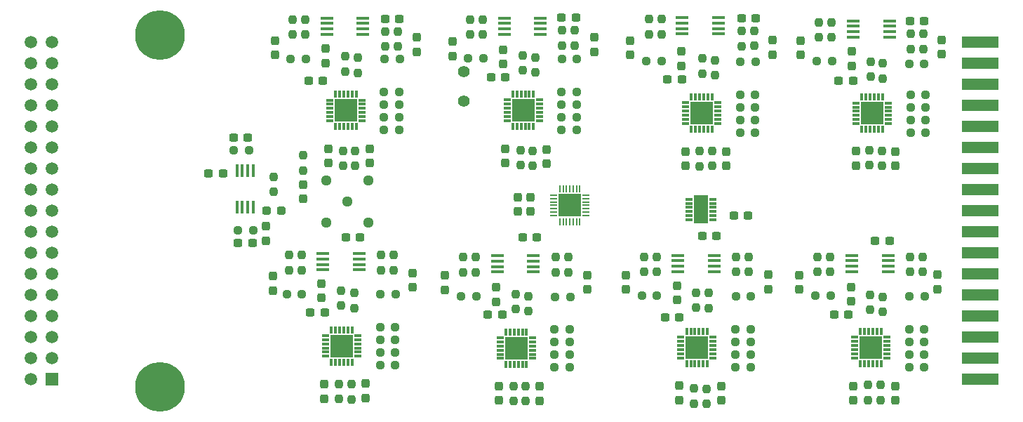
<source format=gbr>
%TF.GenerationSoftware,KiCad,Pcbnew,8.0.7*%
%TF.CreationDate,2025-01-03T10:46:17+01:00*%
%TF.ProjectId,A5256,41353235-362e-46b6-9963-61645f706362,rev?*%
%TF.SameCoordinates,Original*%
%TF.FileFunction,Soldermask,Top*%
%TF.FilePolarity,Negative*%
%FSLAX46Y46*%
G04 Gerber Fmt 4.6, Leading zero omitted, Abs format (unit mm)*
G04 Created by KiCad (PCBNEW 8.0.7) date 2025-01-03 10:46:17*
%MOMM*%
%LPD*%
G01*
G04 APERTURE LIST*
G04 Aperture macros list*
%AMRoundRect*
0 Rectangle with rounded corners*
0 $1 Rounding radius*
0 $2 $3 $4 $5 $6 $7 $8 $9 X,Y pos of 4 corners*
0 Add a 4 corners polygon primitive as box body*
4,1,4,$2,$3,$4,$5,$6,$7,$8,$9,$2,$3,0*
0 Add four circle primitives for the rounded corners*
1,1,$1+$1,$2,$3*
1,1,$1+$1,$4,$5*
1,1,$1+$1,$6,$7*
1,1,$1+$1,$8,$9*
0 Add four rect primitives between the rounded corners*
20,1,$1+$1,$2,$3,$4,$5,0*
20,1,$1+$1,$4,$5,$6,$7,0*
20,1,$1+$1,$6,$7,$8,$9,0*
20,1,$1+$1,$8,$9,$2,$3,0*%
G04 Aperture macros list end*
%ADD10C,1.400000*%
%ADD11RoundRect,0.237500X-0.250000X-0.237500X0.250000X-0.237500X0.250000X0.237500X-0.250000X0.237500X0*%
%ADD12RoundRect,0.237500X-0.237500X0.300000X-0.237500X-0.300000X0.237500X-0.300000X0.237500X0.300000X0*%
%ADD13RoundRect,0.237500X0.300000X0.237500X-0.300000X0.237500X-0.300000X-0.237500X0.300000X-0.237500X0*%
%ADD14RoundRect,0.237500X-0.237500X0.250000X-0.237500X-0.250000X0.237500X-0.250000X0.237500X0.250000X0*%
%ADD15RoundRect,0.237500X0.237500X-0.250000X0.237500X0.250000X-0.237500X0.250000X-0.237500X-0.250000X0*%
%ADD16RoundRect,0.237500X-0.300000X-0.237500X0.300000X-0.237500X0.300000X0.237500X-0.300000X0.237500X0*%
%ADD17RoundRect,0.237500X-0.287500X-0.237500X0.287500X-0.237500X0.287500X0.237500X-0.287500X0.237500X0*%
%ADD18R,0.431800X1.498600*%
%ADD19R,0.300000X0.850000*%
%ADD20R,0.850000X0.300000*%
%ADD21R,2.700000X2.700000*%
%ADD22R,1.498600X0.431800*%
%ADD23R,0.850000X0.200000*%
%ADD24R,0.200000X0.850000*%
%ADD25RoundRect,0.237500X0.250000X0.237500X-0.250000X0.237500X-0.250000X-0.237500X0.250000X-0.237500X0*%
%ADD26R,0.812800X0.304800*%
%ADD27R,1.803400X3.403600*%
%ADD28C,3.400000*%
%ADD29C,6.000000*%
%ADD30R,1.500000X1.500000*%
%ADD31C,1.500000*%
%ADD32R,4.500000X1.400000*%
%ADD33C,1.297940*%
G04 APERTURE END LIST*
D10*
%TO.C,J5*%
X150820000Y-83540000D03*
X150820000Y-80040000D03*
%TD*%
D11*
%TO.C,R92*%
X140735000Y-115432500D03*
X142560000Y-115432500D03*
%TD*%
D12*
%TO.C,C23*%
X131443850Y-93622500D03*
X131443850Y-95347500D03*
%TD*%
D13*
%TO.C,C60*%
X159637500Y-99975000D03*
X157912500Y-99975000D03*
%TD*%
D14*
%TO.C,R17*%
X131468850Y-90097500D03*
X131468850Y-91922500D03*
%TD*%
D13*
%TO.C,C48*%
X133837500Y-81115500D03*
X132112500Y-81115500D03*
%TD*%
D12*
%TO.C,C29*%
X191478000Y-76301400D03*
X191478000Y-78026400D03*
%TD*%
D11*
%TO.C,R108*%
X161773700Y-115697100D03*
X163598700Y-115697100D03*
%TD*%
D14*
%TO.C,R144*%
X193528200Y-102338800D03*
X193528200Y-104163800D03*
%TD*%
D11*
%TO.C,R129*%
X172320500Y-107059400D03*
X174145500Y-107059400D03*
%TD*%
D15*
%TO.C,R133*%
X201361200Y-109007100D03*
X201361200Y-107182100D03*
%TD*%
D13*
%TO.C,C17*%
X125306350Y-100685000D03*
X123581350Y-100685000D03*
%TD*%
D16*
%TO.C,C28*%
X204637500Y-73950000D03*
X206362500Y-73950000D03*
%TD*%
D17*
%TO.C,L2*%
X127050000Y-96825000D03*
X128800000Y-96825000D03*
%TD*%
D14*
%TO.C,R77*%
X131711000Y-73742200D03*
X131711000Y-75567200D03*
%TD*%
D11*
%TO.C,R114*%
X183648900Y-107110200D03*
X185473900Y-107110200D03*
%TD*%
D15*
%TO.C,R48*%
X173160000Y-75515000D03*
X173160000Y-73690000D03*
%TD*%
D11*
%TO.C,R30*%
X204557500Y-79130000D03*
X206382500Y-79130000D03*
%TD*%
D12*
%TO.C,C52*%
X144680000Y-104297500D03*
X144680000Y-106022500D03*
%TD*%
D18*
%TO.C,U2*%
X125403850Y-91997300D03*
X124768850Y-91997300D03*
X124108450Y-91997300D03*
X123473450Y-91997300D03*
X123473450Y-96366100D03*
X124108450Y-96366100D03*
X124768850Y-96366100D03*
X125403850Y-96366100D03*
%TD*%
D11*
%TO.C,R65*%
X151339300Y-78450300D03*
X153164300Y-78450300D03*
%TD*%
D16*
%TO.C,C32*%
X184347500Y-73630000D03*
X186072500Y-73630000D03*
%TD*%
D12*
%TO.C,C70*%
X170347900Y-104558100D03*
X170347900Y-106283100D03*
%TD*%
%TO.C,C54*%
X133670000Y-105557500D03*
X133670000Y-107282500D03*
%TD*%
D11*
%TO.C,R59*%
X162615000Y-85511500D03*
X164440000Y-85511500D03*
%TD*%
%TO.C,R34*%
X184207700Y-78841100D03*
X186032700Y-78841100D03*
%TD*%
D12*
%TO.C,C18*%
X126967050Y-98681900D03*
X126967050Y-100406900D03*
%TD*%
D19*
%TO.C,U11*%
X137358700Y-111144600D03*
X136858700Y-111144600D03*
X136358700Y-111144600D03*
X135858700Y-111144600D03*
X135358700Y-111144600D03*
X134858700Y-111144600D03*
D20*
X134158700Y-111844600D03*
X134158700Y-112344600D03*
X134158700Y-112844600D03*
X134158700Y-113344600D03*
X134158700Y-113844600D03*
X134158700Y-114344600D03*
D19*
X134858700Y-115044600D03*
X135358700Y-115044600D03*
X135858700Y-115044600D03*
X136358700Y-115044600D03*
X136858700Y-115044600D03*
X137358700Y-115044600D03*
D20*
X138058700Y-114344600D03*
X138058700Y-113844600D03*
X138058700Y-113344600D03*
X138058700Y-112844600D03*
X138058700Y-112344600D03*
X138058700Y-111844600D03*
D21*
X136108700Y-113094600D03*
%TD*%
D15*
%TO.C,R117*%
X180390000Y-108532500D03*
X180390000Y-106707500D03*
%TD*%
D11*
%TO.C,R122*%
X183596200Y-112596600D03*
X185421200Y-112596600D03*
%TD*%
D15*
%TO.C,R131*%
X206177400Y-104160000D03*
X206177400Y-102335000D03*
%TD*%
%TO.C,R18*%
X127908650Y-94525000D03*
X127908650Y-92700000D03*
%TD*%
D19*
%TO.C,U5*%
X180778700Y-83087600D03*
X180278700Y-83087600D03*
X179778700Y-83087600D03*
X179278700Y-83087600D03*
X178778700Y-83087600D03*
X178278700Y-83087600D03*
D20*
X177578700Y-83787600D03*
X177578700Y-84287600D03*
X177578700Y-84787600D03*
X177578700Y-85287600D03*
X177578700Y-85787600D03*
X177578700Y-86287600D03*
D19*
X178278700Y-86987600D03*
X178778700Y-86987600D03*
X179278700Y-86987600D03*
X179778700Y-86987600D03*
X180278700Y-86987600D03*
X180778700Y-86987600D03*
D20*
X181478700Y-86287600D03*
X181478700Y-85787600D03*
X181478700Y-85287600D03*
X181478700Y-84787600D03*
X181478700Y-84287600D03*
X181478700Y-83787600D03*
D21*
X179528700Y-85037600D03*
%TD*%
D11*
%TO.C,R22*%
X204715000Y-84330000D03*
X206540000Y-84330000D03*
%TD*%
D13*
%TO.C,C74*%
X202182500Y-100430000D03*
X200457500Y-100430000D03*
%TD*%
D19*
%TO.C,U7*%
X159238700Y-82747600D03*
X158738700Y-82747600D03*
X158238700Y-82747600D03*
X157738700Y-82747600D03*
X157238700Y-82747600D03*
X156738700Y-82747600D03*
D20*
X156038700Y-83447600D03*
X156038700Y-83947600D03*
X156038700Y-84447600D03*
X156038700Y-84947600D03*
X156038700Y-85447600D03*
X156038700Y-85947600D03*
D19*
X156738700Y-86647600D03*
X157238700Y-86647600D03*
X157738700Y-86647600D03*
X158238700Y-86647600D03*
X158738700Y-86647600D03*
X159238700Y-86647600D03*
D20*
X159938700Y-85947600D03*
X159938700Y-85447600D03*
X159938700Y-84947600D03*
X159938700Y-84447600D03*
X159938700Y-83947600D03*
X159938700Y-83447600D03*
D21*
X157988700Y-84697600D03*
%TD*%
D11*
%TO.C,R75*%
X141212500Y-85524000D03*
X143037500Y-85524000D03*
%TD*%
D14*
%TO.C,R29*%
X204770000Y-75465000D03*
X204770000Y-77290000D03*
%TD*%
D12*
%TO.C,C45*%
X145157500Y-75913000D03*
X145157500Y-77638000D03*
%TD*%
D19*
%TO.C,U17*%
X201177400Y-111356700D03*
X200677400Y-111356700D03*
X200177400Y-111356700D03*
X199677400Y-111356700D03*
X199177400Y-111356700D03*
X198677400Y-111356700D03*
D20*
X197977400Y-112056700D03*
X197977400Y-112556700D03*
X197977400Y-113056700D03*
X197977400Y-113556700D03*
X197977400Y-114056700D03*
X197977400Y-114556700D03*
D19*
X198677400Y-115256700D03*
X199177400Y-115256700D03*
X199677400Y-115256700D03*
X200177400Y-115256700D03*
X200677400Y-115256700D03*
X201177400Y-115256700D03*
D20*
X201877400Y-114556700D03*
X201877400Y-114056700D03*
X201877400Y-113556700D03*
X201877400Y-113056700D03*
X201877400Y-112556700D03*
X201877400Y-112056700D03*
D21*
X199927400Y-113306700D03*
%TD*%
D14*
%TO.C,R96*%
X129709500Y-102126700D03*
X129709500Y-103951700D03*
%TD*%
D22*
%TO.C,U6*%
X177155600Y-73534800D03*
X177155600Y-74169800D03*
X177155600Y-74830200D03*
X177155600Y-75465200D03*
X181524400Y-75465200D03*
X181524400Y-74830200D03*
X181524400Y-74169800D03*
X181524400Y-73534800D03*
%TD*%
D12*
%TO.C,C51*%
X134500000Y-89317500D03*
X134500000Y-91042500D03*
%TD*%
D11*
%TO.C,R58*%
X162615000Y-83987500D03*
X164440000Y-83987500D03*
%TD*%
%TO.C,R66*%
X141265200Y-78513600D03*
X143090200Y-78513600D03*
%TD*%
D12*
%TO.C,C38*%
X166560000Y-75900500D03*
X166560000Y-77625500D03*
%TD*%
D15*
%TO.C,R47*%
X180775000Y-91387500D03*
X180775000Y-89562500D03*
%TD*%
%TO.C,R84*%
X136010000Y-108242500D03*
X136010000Y-106417500D03*
%TD*%
%TO.C,R99*%
X163397400Y-104212500D03*
X163397400Y-102387500D03*
%TD*%
D23*
%TO.C,IC6*%
X161670000Y-94950000D03*
X161670000Y-95350000D03*
X161670000Y-95750000D03*
X161670000Y-96150000D03*
X161670000Y-96550000D03*
X161670000Y-96950000D03*
X161670000Y-97350000D03*
D24*
X162420000Y-98100000D03*
X162820000Y-98100000D03*
X163220000Y-98100000D03*
X163620000Y-98100000D03*
X164020000Y-98100000D03*
X164420000Y-98100000D03*
X164820000Y-98100000D03*
D23*
X165570000Y-97350000D03*
X165570000Y-96950000D03*
X165570000Y-96550000D03*
X165570000Y-96150000D03*
X165570000Y-95750000D03*
X165570000Y-95350000D03*
X165570000Y-94950000D03*
D24*
X164820000Y-94200000D03*
X164420000Y-94200000D03*
X164020000Y-94200000D03*
X163620000Y-94200000D03*
X163220000Y-94200000D03*
X162820000Y-94200000D03*
X162420000Y-94200000D03*
D21*
X163620000Y-96150000D03*
%TD*%
D15*
%TO.C,R83*%
X142358700Y-103947900D03*
X142358700Y-102122900D03*
%TD*%
D11*
%TO.C,R135*%
X204553700Y-111072600D03*
X206378700Y-111072600D03*
%TD*%
%TO.C,R21*%
X193440600Y-78792700D03*
X195265600Y-78792700D03*
%TD*%
D15*
%TO.C,R67*%
X142875000Y-77000000D03*
X142875000Y-75175000D03*
%TD*%
D11*
%TO.C,R76*%
X141212500Y-87048000D03*
X143037500Y-87048000D03*
%TD*%
D12*
%TO.C,C42*%
X160850000Y-89387500D03*
X160850000Y-91112500D03*
%TD*%
D14*
%TO.C,R32*%
X206300000Y-75475000D03*
X206300000Y-77300000D03*
%TD*%
D12*
%TO.C,C59*%
X165718700Y-104562100D03*
X165718700Y-106287100D03*
%TD*%
D19*
%TO.C,U9*%
X137836200Y-82760100D03*
X137336200Y-82760100D03*
X136836200Y-82760100D03*
X136336200Y-82760100D03*
X135836200Y-82760100D03*
X135336200Y-82760100D03*
D20*
X134636200Y-83460100D03*
X134636200Y-83960100D03*
X134636200Y-84460100D03*
X134636200Y-84960100D03*
X134636200Y-85460100D03*
X134636200Y-85960100D03*
D19*
X135336200Y-86660100D03*
X135836200Y-86660100D03*
X136336200Y-86660100D03*
X136836200Y-86660100D03*
X137336200Y-86660100D03*
X137836200Y-86660100D03*
D20*
X138536200Y-85960100D03*
X138536200Y-85460100D03*
X138536200Y-84960100D03*
X138536200Y-84460100D03*
X138536200Y-83960100D03*
X138536200Y-83460100D03*
D21*
X136586200Y-84710100D03*
%TD*%
D16*
%TO.C,C46*%
X141337500Y-73675000D03*
X143062500Y-73675000D03*
%TD*%
D12*
%TO.C,C58*%
X133951200Y-117720000D03*
X133951200Y-119445000D03*
%TD*%
D14*
%TO.C,R93*%
X131233500Y-102126700D03*
X131233500Y-103951700D03*
%TD*%
D15*
%TO.C,R62*%
X157640000Y-91302500D03*
X157640000Y-89477500D03*
%TD*%
D11*
%TO.C,R55*%
X162615000Y-82463500D03*
X164440000Y-82463500D03*
%TD*%
%TO.C,R139*%
X204553700Y-114120600D03*
X206378700Y-114120600D03*
%TD*%
D15*
%TO.C,R70*%
X141351000Y-77001900D03*
X141351000Y-75176900D03*
%TD*%
%TO.C,R52*%
X157910000Y-79872500D03*
X157910000Y-78047500D03*
%TD*%
D11*
%TO.C,R87*%
X140735000Y-110860500D03*
X142560000Y-110860500D03*
%TD*%
D22*
%TO.C,U14*%
X154863000Y-102235100D03*
X154863000Y-102870100D03*
X154863000Y-103530500D03*
X154863000Y-104165500D03*
X159231800Y-104165500D03*
X159231800Y-103530500D03*
X159231800Y-102870100D03*
X159231800Y-102235100D03*
%TD*%
D12*
%TO.C,C77*%
X191305400Y-104558100D03*
X191305400Y-106283100D03*
%TD*%
D11*
%TO.C,R103*%
X161773700Y-111125100D03*
X163598700Y-111125100D03*
%TD*%
%TO.C,R49*%
X172879300Y-78790300D03*
X174704300Y-78790300D03*
%TD*%
%TO.C,R39*%
X184155000Y-82803500D03*
X185980000Y-82803500D03*
%TD*%
D13*
%TO.C,C62*%
X155448700Y-109334600D03*
X153723700Y-109334600D03*
%TD*%
D14*
%TO.C,R27*%
X199775000Y-89487500D03*
X199775000Y-91312500D03*
%TD*%
D25*
%TO.C,R15*%
X125383650Y-99182500D03*
X123558650Y-99182500D03*
%TD*%
D11*
%TO.C,R119*%
X183596200Y-111072600D03*
X185421200Y-111072600D03*
%TD*%
D15*
%TO.C,R132*%
X199840000Y-108752500D03*
X199840000Y-106927500D03*
%TD*%
D22*
%TO.C,U16*%
X176685500Y-102182600D03*
X176685500Y-102817600D03*
X176685500Y-103478000D03*
X176685500Y-104113000D03*
X181054300Y-104113000D03*
X181054300Y-103478000D03*
X181054300Y-102817600D03*
X181054300Y-102182600D03*
%TD*%
%TO.C,U8*%
X155704300Y-73573500D03*
X155704300Y-74208500D03*
X155704300Y-74868900D03*
X155704300Y-75503900D03*
X160073100Y-75503900D03*
X160073100Y-74868900D03*
X160073100Y-74208500D03*
X160073100Y-73573500D03*
%TD*%
D11*
%TO.C,R98*%
X161826400Y-107162700D03*
X163651400Y-107162700D03*
%TD*%
D14*
%TO.C,R141*%
X195052200Y-102338800D03*
X195052200Y-104163800D03*
%TD*%
D11*
%TO.C,R82*%
X140787700Y-106898100D03*
X142612700Y-106898100D03*
%TD*%
%TO.C,R19*%
X204715000Y-87380000D03*
X206540000Y-87380000D03*
%TD*%
%TO.C,R71*%
X141212500Y-82476000D03*
X143037500Y-82476000D03*
%TD*%
D15*
%TO.C,R37*%
X181100000Y-80452500D03*
X181100000Y-78627500D03*
%TD*%
D11*
%TO.C,R130*%
X204606400Y-107110200D03*
X206431400Y-107110200D03*
%TD*%
D15*
%TO.C,R23*%
X195214800Y-75897100D03*
X195214800Y-74072100D03*
%TD*%
%TO.C,R51*%
X164200000Y-76887500D03*
X164200000Y-75062500D03*
%TD*%
D13*
%TO.C,C76*%
X197248700Y-109284600D03*
X195523700Y-109284600D03*
%TD*%
D12*
%TO.C,C79*%
X197831200Y-117922100D03*
X197831200Y-119647100D03*
%TD*%
D15*
%TO.C,R46*%
X179300000Y-91412500D03*
X179300000Y-89587500D03*
%TD*%
%TO.C,R35*%
X185854000Y-76933100D03*
X185854000Y-75108100D03*
%TD*%
D14*
%TO.C,R128*%
X172570700Y-102338800D03*
X172570700Y-104163800D03*
%TD*%
D15*
%TO.C,R36*%
X179590000Y-80252500D03*
X179590000Y-78427500D03*
%TD*%
%TO.C,R95*%
X137261200Y-119537100D03*
X137261200Y-117712100D03*
%TD*%
D11*
%TO.C,R107*%
X161773700Y-114173100D03*
X163598700Y-114173100D03*
%TD*%
%TO.C,R106*%
X161773700Y-112649100D03*
X163598700Y-112649100D03*
%TD*%
D13*
%TO.C,C69*%
X176842500Y-109630000D03*
X175117500Y-109630000D03*
%TD*%
D12*
%TO.C,C75*%
X197591200Y-106022100D03*
X197591200Y-107747100D03*
%TD*%
D16*
%TO.C,C39*%
X162612500Y-73525000D03*
X164337500Y-73525000D03*
%TD*%
D11*
%TO.C,R81*%
X129936800Y-78462800D03*
X131761800Y-78462800D03*
%TD*%
D15*
%TO.C,R101*%
X158588700Y-108909600D03*
X158588700Y-107084600D03*
%TD*%
D11*
%TO.C,R113*%
X150498000Y-107111900D03*
X152323000Y-107111900D03*
%TD*%
D14*
%TO.C,R64*%
X151589500Y-73729700D03*
X151589500Y-75554700D03*
%TD*%
D12*
%TO.C,C47*%
X134137500Y-77251500D03*
X134137500Y-78976500D03*
%TD*%
D15*
%TO.C,R69*%
X138060000Y-80182500D03*
X138060000Y-78357500D03*
%TD*%
D11*
%TO.C,R138*%
X204553700Y-112596600D03*
X206378700Y-112596600D03*
%TD*%
D12*
%TO.C,C80*%
X157346030Y-95177500D03*
X157346030Y-96902500D03*
%TD*%
D15*
%TO.C,R54*%
X162676000Y-76889400D03*
X162676000Y-75064400D03*
%TD*%
D26*
%TO.C,U1*%
X178005870Y-95400000D03*
X178005870Y-95900000D03*
X178005870Y-96400000D03*
X178005870Y-96900000D03*
X178005870Y-97400000D03*
X178005870Y-97900000D03*
X180901470Y-97900000D03*
X180901470Y-97400000D03*
X180901470Y-96900000D03*
X180901470Y-96400000D03*
X180901470Y-95900000D03*
X180901470Y-95400000D03*
D27*
X179453670Y-96650000D03*
%TD*%
D12*
%TO.C,C71*%
X181861200Y-117962100D03*
X181861200Y-119687100D03*
%TD*%
D11*
%TO.C,R123*%
X183596200Y-114120600D03*
X185421200Y-114120600D03*
%TD*%
D22*
%TO.C,U3*%
X197805600Y-73915900D03*
X197805600Y-74550900D03*
X197805600Y-75211300D03*
X197805600Y-75846300D03*
X202174400Y-75846300D03*
X202174400Y-75211300D03*
X202174400Y-74550900D03*
X202174400Y-73915900D03*
%TD*%
D12*
%TO.C,C43*%
X149450000Y-76407500D03*
X149450000Y-78132500D03*
%TD*%
D16*
%TO.C,C21*%
X123041350Y-87965000D03*
X124766350Y-87965000D03*
%TD*%
D12*
%TO.C,C31*%
X188100000Y-76240500D03*
X188100000Y-77965500D03*
%TD*%
D14*
%TO.C,R31*%
X193690800Y-74072100D03*
X193690800Y-75897100D03*
%TD*%
D12*
%TO.C,C61*%
X154698700Y-106037500D03*
X154698700Y-107762500D03*
%TD*%
%TO.C,C57*%
X127769900Y-104682900D03*
X127769900Y-106407900D03*
%TD*%
D11*
%TO.C,R124*%
X183596200Y-115644600D03*
X185421200Y-115644600D03*
%TD*%
%TO.C,R50*%
X162667700Y-78501100D03*
X164492700Y-78501100D03*
%TD*%
%TO.C,R97*%
X129459300Y-106847300D03*
X131284300Y-106847300D03*
%TD*%
D12*
%TO.C,C72*%
X176821200Y-117902100D03*
X176821200Y-119627100D03*
%TD*%
D15*
%TO.C,R127*%
X180130000Y-120082500D03*
X180130000Y-118257500D03*
%TD*%
D14*
%TO.C,R109*%
X152272200Y-102391300D03*
X152272200Y-104216300D03*
%TD*%
D12*
%TO.C,C33*%
X177080000Y-77579000D03*
X177080000Y-79304000D03*
%TD*%
D11*
%TO.C,R42*%
X184155000Y-84327500D03*
X185980000Y-84327500D03*
%TD*%
D15*
%TO.C,R85*%
X137590000Y-108542500D03*
X137590000Y-106717500D03*
%TD*%
D12*
%TO.C,C68*%
X176521200Y-105848100D03*
X176521200Y-107573100D03*
%TD*%
D13*
%TO.C,C20*%
X121767850Y-92260000D03*
X120042850Y-92260000D03*
%TD*%
%TO.C,C34*%
X177137500Y-80940500D03*
X175412500Y-80940500D03*
%TD*%
D12*
%TO.C,C73*%
X207960000Y-104517500D03*
X207960000Y-106242500D03*
%TD*%
D11*
%TO.C,R20*%
X204715000Y-85860000D03*
X206540000Y-85860000D03*
%TD*%
D15*
%TO.C,R100*%
X157050000Y-108662500D03*
X157050000Y-106837500D03*
%TD*%
D12*
%TO.C,C37*%
X177550000Y-89662500D03*
X177550000Y-91387500D03*
%TD*%
D11*
%TO.C,R90*%
X140735000Y-112384500D03*
X142560000Y-112384500D03*
%TD*%
D15*
%TO.C,R94*%
X135754700Y-119492700D03*
X135754700Y-117667700D03*
%TD*%
%TO.C,R110*%
X156800000Y-119742500D03*
X156800000Y-117917500D03*
%TD*%
D12*
%TO.C,C36*%
X170906700Y-76289000D03*
X170906700Y-78014000D03*
%TD*%
D14*
%TO.C,R38*%
X184330000Y-75110000D03*
X184330000Y-76935000D03*
%TD*%
D22*
%TO.C,U18*%
X197643000Y-102182600D03*
X197643000Y-102817600D03*
X197643000Y-103478000D03*
X197643000Y-104113000D03*
X202011800Y-104113000D03*
X202011800Y-103478000D03*
X202011800Y-102817600D03*
X202011800Y-102182600D03*
%TD*%
D12*
%TO.C,C35*%
X182500000Y-89662500D03*
X182500000Y-91387500D03*
%TD*%
D28*
%TO.C,H2*%
X114150000Y-75600000D03*
D29*
X114150000Y-75600000D03*
%TD*%
D12*
%TO.C,C65*%
X155071200Y-117952100D03*
X155071200Y-119677100D03*
%TD*%
D19*
%TO.C,U13*%
X158397400Y-111409200D03*
X157897400Y-111409200D03*
X157397400Y-111409200D03*
X156897400Y-111409200D03*
X156397400Y-111409200D03*
X155897400Y-111409200D03*
D20*
X155197400Y-112109200D03*
X155197400Y-112609200D03*
X155197400Y-113109200D03*
X155197400Y-113609200D03*
X155197400Y-114109200D03*
X155197400Y-114609200D03*
D19*
X155897400Y-115309200D03*
X156397400Y-115309200D03*
X156897400Y-115309200D03*
X157397400Y-115309200D03*
X157897400Y-115309200D03*
X158397400Y-115309200D03*
D20*
X159097400Y-114609200D03*
X159097400Y-114109200D03*
X159097400Y-113609200D03*
X159097400Y-113109200D03*
X159097400Y-112609200D03*
X159097400Y-112109200D03*
D21*
X157147400Y-113359200D03*
%TD*%
D12*
%TO.C,C50*%
X139510000Y-89345500D03*
X139510000Y-91070500D03*
%TD*%
D15*
%TO.C,R78*%
X136220000Y-91392500D03*
X136220000Y-89567500D03*
%TD*%
D14*
%TO.C,R80*%
X130187000Y-73742200D03*
X130187000Y-75567200D03*
%TD*%
D11*
%TO.C,R24*%
X204715000Y-82800000D03*
X206540000Y-82800000D03*
%TD*%
D15*
%TO.C,R102*%
X161873400Y-104214400D03*
X161873400Y-102389400D03*
%TD*%
%TO.C,R86*%
X140834700Y-103949800D03*
X140834700Y-102124800D03*
%TD*%
D12*
%TO.C,C30*%
X208480000Y-76177500D03*
X208480000Y-77902500D03*
%TD*%
D15*
%TO.C,R142*%
X199611200Y-119647100D03*
X199611200Y-117822100D03*
%TD*%
D12*
%TO.C,C19*%
X158886030Y-95182500D03*
X158886030Y-96907500D03*
%TD*%
D11*
%TO.C,R60*%
X162615000Y-87035500D03*
X164440000Y-87035500D03*
%TD*%
D12*
%TO.C,C64*%
X148525400Y-104610600D03*
X148525400Y-106335600D03*
%TD*%
D15*
%TO.C,R118*%
X183695900Y-104161900D03*
X183695900Y-102336900D03*
%TD*%
%TO.C,R79*%
X137720000Y-91402500D03*
X137720000Y-89577500D03*
%TD*%
%TO.C,R134*%
X204653400Y-104161900D03*
X204653400Y-102336900D03*
%TD*%
D12*
%TO.C,C66*%
X187541200Y-104509600D03*
X187541200Y-106234600D03*
%TD*%
D14*
%TO.C,R112*%
X150748200Y-102391300D03*
X150748200Y-104216300D03*
%TD*%
D11*
%TO.C,R74*%
X141212500Y-84000000D03*
X143037500Y-84000000D03*
%TD*%
D12*
%TO.C,C49*%
X128050000Y-76307500D03*
X128050000Y-78032500D03*
%TD*%
D14*
%TO.C,R26*%
X201375000Y-79012500D03*
X201375000Y-80837500D03*
%TD*%
D13*
%TO.C,C41*%
X155812500Y-80740500D03*
X154087500Y-80740500D03*
%TD*%
D14*
%TO.C,R25*%
X201250000Y-89562500D03*
X201250000Y-91387500D03*
%TD*%
%TO.C,R45*%
X174684000Y-73690000D03*
X174684000Y-75515000D03*
%TD*%
D22*
%TO.C,U10*%
X134301800Y-73586000D03*
X134301800Y-74221000D03*
X134301800Y-74881400D03*
X134301800Y-75516400D03*
X138670600Y-75516400D03*
X138670600Y-74881400D03*
X138670600Y-74221000D03*
X138670600Y-73586000D03*
%TD*%
D12*
%TO.C,C40*%
X155590000Y-77407500D03*
X155590000Y-79132500D03*
%TD*%
D13*
%TO.C,C26*%
X197800000Y-81125000D03*
X196075000Y-81125000D03*
%TD*%
D14*
%TO.C,R28*%
X199890000Y-78827500D03*
X199890000Y-80652500D03*
%TD*%
D19*
%TO.C,U15*%
X180219900Y-111356700D03*
X179719900Y-111356700D03*
X179219900Y-111356700D03*
X178719900Y-111356700D03*
X178219900Y-111356700D03*
X177719900Y-111356700D03*
D20*
X177019900Y-112056700D03*
X177019900Y-112556700D03*
X177019900Y-113056700D03*
X177019900Y-113556700D03*
X177019900Y-114056700D03*
X177019900Y-114556700D03*
D19*
X177719900Y-115256700D03*
X178219900Y-115256700D03*
X178719900Y-115256700D03*
X179219900Y-115256700D03*
X179719900Y-115256700D03*
X180219900Y-115256700D03*
D20*
X180919900Y-114556700D03*
X180919900Y-114056700D03*
X180919900Y-113556700D03*
X180919900Y-113056700D03*
X180919900Y-112556700D03*
X180919900Y-112056700D03*
D21*
X178969900Y-113306700D03*
%TD*%
D11*
%TO.C,R91*%
X140735000Y-113908500D03*
X142560000Y-113908500D03*
%TD*%
D15*
%TO.C,R115*%
X185219900Y-104160000D03*
X185219900Y-102335000D03*
%TD*%
%TO.C,R143*%
X201091200Y-119647100D03*
X201091200Y-117822100D03*
%TD*%
D12*
%TO.C,C24*%
X197651300Y-77591400D03*
X197651300Y-79316400D03*
%TD*%
%TO.C,C27*%
X198150000Y-89612500D03*
X198150000Y-91337500D03*
%TD*%
D15*
%TO.C,R126*%
X178630000Y-120042500D03*
X178630000Y-118217500D03*
%TD*%
D11*
%TO.C,R145*%
X193278000Y-107059400D03*
X195103000Y-107059400D03*
%TD*%
D12*
%TO.C,C25*%
X202875000Y-89637500D03*
X202875000Y-91362500D03*
%TD*%
D30*
%TO.C,J2*%
X101090000Y-117140000D03*
D31*
X98550000Y-117140000D03*
X101090000Y-114600000D03*
X98550000Y-114600000D03*
X101090000Y-112060000D03*
X98550000Y-112060000D03*
X101090000Y-109520000D03*
X98550000Y-109520000D03*
X101090000Y-106980000D03*
X98550000Y-106980000D03*
X101090000Y-104440000D03*
X98550000Y-104440000D03*
X101090000Y-101900000D03*
X98550000Y-101900000D03*
X101090000Y-99360000D03*
X98550000Y-99360000D03*
X101090000Y-96820000D03*
X98550000Y-96820000D03*
X101090000Y-94280000D03*
X98550000Y-94280000D03*
X101090000Y-91740000D03*
X98550000Y-91740000D03*
X101090000Y-89200000D03*
X98550000Y-89200000D03*
X101090000Y-86660000D03*
X98550000Y-86660000D03*
X101090000Y-84120000D03*
X98550000Y-84120000D03*
X101090000Y-81580000D03*
X98550000Y-81580000D03*
X101090000Y-79040000D03*
X98550000Y-79040000D03*
X101090000Y-76500000D03*
X98550000Y-76500000D03*
%TD*%
D11*
%TO.C,R44*%
X184155000Y-87375500D03*
X185980000Y-87375500D03*
%TD*%
D28*
%TO.C,H1*%
X114190000Y-118060000D03*
D29*
X114190000Y-118060000D03*
%TD*%
D12*
%TO.C,C44*%
X155850000Y-89312500D03*
X155850000Y-91037500D03*
%TD*%
%TO.C,C63*%
X159931200Y-117992100D03*
X159931200Y-119717100D03*
%TD*%
D11*
%TO.C,R43*%
X184155000Y-85851500D03*
X185980000Y-85851500D03*
%TD*%
D15*
%TO.C,R53*%
X159430000Y-80142500D03*
X159430000Y-78317500D03*
%TD*%
D19*
%TO.C,U4*%
X201350000Y-83100000D03*
X200850000Y-83100000D03*
X200350000Y-83100000D03*
X199850000Y-83100000D03*
X199350000Y-83100000D03*
X198850000Y-83100000D03*
D20*
X198150000Y-83800000D03*
X198150000Y-84300000D03*
X198150000Y-84800000D03*
X198150000Y-85300000D03*
X198150000Y-85800000D03*
X198150000Y-86300000D03*
D19*
X198850000Y-87000000D03*
X199350000Y-87000000D03*
X199850000Y-87000000D03*
X200350000Y-87000000D03*
X200850000Y-87000000D03*
X201350000Y-87000000D03*
D20*
X202050000Y-86300000D03*
X202050000Y-85800000D03*
X202050000Y-85300000D03*
X202050000Y-84800000D03*
X202050000Y-84300000D03*
X202050000Y-83800000D03*
D21*
X200100000Y-85050000D03*
%TD*%
D13*
%TO.C,C55*%
X134023700Y-109034600D03*
X132298700Y-109034600D03*
%TD*%
D12*
%TO.C,C78*%
X202871200Y-117962100D03*
X202871200Y-119687100D03*
%TD*%
D16*
%TO.C,C22*%
X183421470Y-97400000D03*
X185146470Y-97400000D03*
%TD*%
D14*
%TO.C,R125*%
X174094700Y-102338800D03*
X174094700Y-104163800D03*
%TD*%
D13*
%TO.C,C53*%
X138323700Y-100034600D03*
X136598700Y-100034600D03*
%TD*%
D15*
%TO.C,R63*%
X159140000Y-91402500D03*
X159140000Y-89577500D03*
%TD*%
%TO.C,R68*%
X136490000Y-80002500D03*
X136490000Y-78177500D03*
%TD*%
D12*
%TO.C,C56*%
X138941200Y-117652100D03*
X138941200Y-119377100D03*
%TD*%
D14*
%TO.C,R61*%
X153113500Y-73729700D03*
X153113500Y-75554700D03*
%TD*%
D15*
%TO.C,R111*%
X158281200Y-119737100D03*
X158281200Y-117912100D03*
%TD*%
D22*
%TO.C,U12*%
X133824300Y-101970500D03*
X133824300Y-102605500D03*
X133824300Y-103265900D03*
X133824300Y-103900900D03*
X138193100Y-103900900D03*
X138193100Y-103265900D03*
X138193100Y-102605500D03*
X138193100Y-101970500D03*
%TD*%
D11*
%TO.C,R16*%
X123056350Y-89510000D03*
X124881350Y-89510000D03*
%TD*%
D13*
%TO.C,C67*%
X181322500Y-99870000D03*
X179597500Y-99870000D03*
%TD*%
D15*
%TO.C,R116*%
X178880000Y-108482500D03*
X178880000Y-106657500D03*
%TD*%
D11*
%TO.C,R140*%
X204553700Y-115644600D03*
X206378700Y-115644600D03*
%TD*%
D32*
%TO.C,J4*%
X213160000Y-76500000D03*
X213160000Y-79040000D03*
X213160000Y-81580000D03*
X213160000Y-84120000D03*
X213160000Y-86660000D03*
X213160000Y-89200000D03*
X213160000Y-91740000D03*
X213160000Y-94280000D03*
X213160000Y-96820000D03*
X213160000Y-99360000D03*
X213160000Y-101900000D03*
X213160000Y-104440000D03*
X213160000Y-106980000D03*
X213160000Y-109520000D03*
X213160000Y-112060000D03*
X213160000Y-114600000D03*
X213160000Y-117140000D03*
%TD*%
D33*
%TO.C,J3*%
X134270000Y-98250000D03*
X139350000Y-98250000D03*
X139350000Y-93170000D03*
X134270000Y-93170000D03*
X136810000Y-95710000D03*
%TD*%
M02*

</source>
